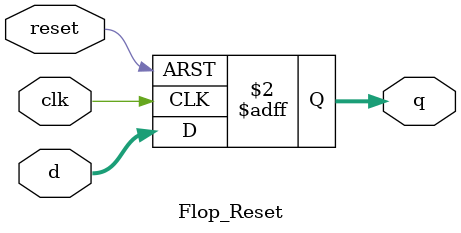
<source format=v>
module Flop_Reset #(
    parameter WIDTH = 8
) (
    input clk, reset,
    input [WIDTH-1:0] d,
    output reg [WIDTH-1:0] q
);
    
    // Generating Flip-Flops
    always@(posedge clk, posedge reset)
        if(reset)
            q <= 0;
        else
            q <= d;
endmodule
</source>
